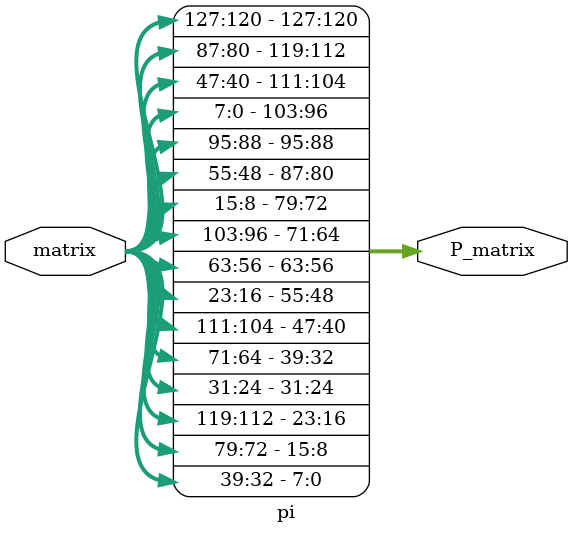
<source format=v>
/* The Cyclical Permutation Pi:
M{Nx4}[GF(2^8)] -> M{Nx4}[GF(2^8)],
4<=N<=10, cyclically shifts each column of
its argument independently, so that column j is shifted
downwards by j positions:

pi(a) = b <=> b{i,j} = a{(i-j) mod N, j},
0 <= i <= N-1,  0 <= j <= 3.

example for how the pi function do permutation:
for a given matrix:
   1  2  3  4
   5  6  7  8
   9  10 11 12
   13 14 15 16
the permutation will be:
   1  6  11 16
   5  10 15 4
   9  14 3  8
   13 2  7  12
*/
module pi(
	input [127:0] matrix,
	output [127:0] P_matrix
);

assign P_matrix[127:120] = matrix[127:120];
assign P_matrix[119:112] = matrix[87:80];
assign P_matrix[111:104] = matrix[47:40];
assign P_matrix[103:96]  = matrix[7:0];
assign P_matrix[95:88]   = matrix[95:88];
assign P_matrix[87:80]   = matrix[55:48];
assign P_matrix[79:72]   = matrix[15:8];
assign P_matrix[71:64]   = matrix[103:96];
assign P_matrix[63:56]   = matrix[63:56];
assign P_matrix[55:48]   = matrix[23:16];
assign P_matrix[47:40]   = matrix[111:104];
assign P_matrix[39:32]   = matrix[71:64];
assign P_matrix[31:24]   = matrix[31:24]; 
assign P_matrix[23:16]   = matrix[119:112];
assign P_matrix[15:8]    = matrix[79:72];
assign P_matrix[7:0]     = matrix[39:32];


endmodule
</source>
